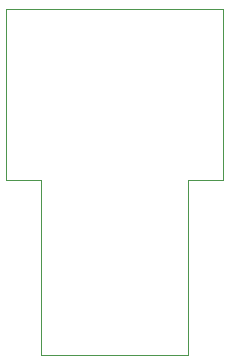
<source format=gm1>
%TF.GenerationSoftware,KiCad,Pcbnew,(5.1.9)-1*%
%TF.CreationDate,2021-08-06T11:33:52+02:00*%
%TF.ProjectId,PumpkinPi,50756d70-6b69-46e5-9069-2e6b69636164,rev?*%
%TF.SameCoordinates,Original*%
%TF.FileFunction,Profile,NP*%
%FSLAX46Y46*%
G04 Gerber Fmt 4.6, Leading zero omitted, Abs format (unit mm)*
G04 Created by KiCad (PCBNEW (5.1.9)-1) date 2021-08-06 11:33:52*
%MOMM*%
%LPD*%
G01*
G04 APERTURE LIST*
%TA.AperFunction,Profile*%
%ADD10C,0.050000*%
%TD*%
G04 APERTURE END LIST*
D10*
X115400000Y-100000000D02*
X112400000Y-100000000D01*
X115400000Y-85500000D02*
X115400000Y-100000000D01*
X97000000Y-85500000D02*
X115400000Y-85500000D01*
X97000000Y-100000000D02*
X97000000Y-85500000D01*
X100000000Y-100000000D02*
X97000000Y-100000000D01*
X112400000Y-100000000D02*
X112400000Y-114800000D01*
X100000000Y-114800000D02*
X112400000Y-114800000D01*
X100000000Y-100000000D02*
X100000000Y-114800000D01*
M02*

</source>
